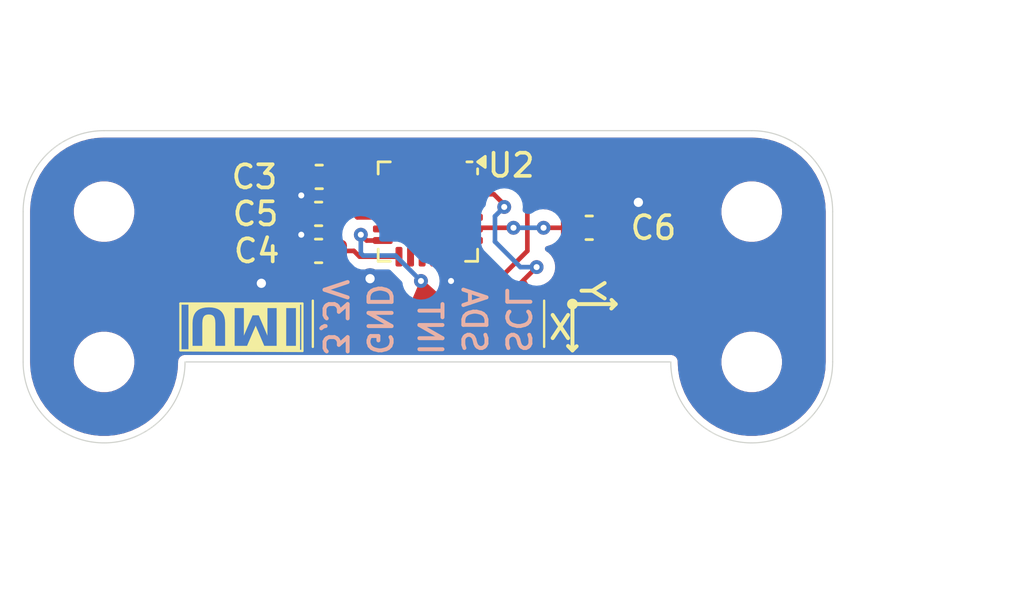
<source format=kicad_pcb>
(kicad_pcb (version 20240108) (generator "pcbnew") (generator_version "8.0")
  (layers (0 "F.Cu" signal) (31 "B.Cu" signal) (34 "B.Paste" user) (35 "F.Paste" user) (36 "B.SilkS" user "B.Silkscreen") (37 "F.SilkS" user "F.Silkscreen") (38 "B.Mask" user) (39 "F.Mask" user) (44 "Edge.Cuts" user))
  (net 0 "")
  (net 1 "GND")
  (net 2 "I2C3_IMU_INT")
  (net 3 "+3.3V")
  (net 4 "I2C3_SCL")
  (net 5 "I2C3_SDA")
  (net 6 "Net-(U2-REGOUT)")
  (net 7 "Net-(U2-CPOUT)")
  (footprint "MountingHole:MountingHole_2.1mm" (layer "F.Cu") (at 100.5 50)
    (property "Reference" "REF**" (hide yes))
    (property "Value" "MountingHole_2.1mm" (hide yes))
    (pad "" np_thru_hole circle (at 0 0) (size 2.1 2.1) (drill 2.1) (layers "*.Cu" "*.Mask"))
  )
  (footprint "Libraries_SN:IMU_conn" (layer "F.Cu") (at 113.025 48.35)
    (property "Reference" "IMU_Conn1" (hide yes))
    (property "Value" "Conn_01x05" (hide yes))
    (fp_line (start -3.5 -1) (end -3.5 1) (stroke (width 0.1)) (layer "F.SilkS"))
    (fp_line (start 6.5 -1) (end 6.5 1) (stroke (width 0.1)) (layer "F.SilkS"))
    (pad "1" smd roundrect (at -2.5 0 90) (size 2.5 1.5) (layers "F.Cu" "F.Paste" "F.Mask") (net 3 "+3.3V"))
    (pad "2" smd roundrect (at -0.5 0 90) (size 2.5 1.5) (layers "F.Cu" "F.Paste" "F.Mask") (net 1 "GND"))
    (pad "3" smd roundrect (at 1.5 0 90) (size 2.5 1.5) (layers "F.Cu" "F.Paste" "F.Mask") (net 2 "I2C3_IMU_INT"))
    (pad "4" smd roundrect (at 3.5 0 90) (size 2.5 1.5) (layers "F.Cu" "F.Paste" "F.Mask") (net 5 "I2C3_SDA"))
    (pad "5" smd roundrect (at 5.5 0 90) (size 2.5 1.5) (layers "F.Cu" "F.Paste" "F.Mask") (net 4 "I2C3_SCL"))
  )
  (footprint "MountingHole:MountingHole_2.1mm" (layer "F.Cu") (at 100.5 43.5)
    (property "Reference" "REF**" (hide yes))
    (property "Value" "MountingHole_2.1mm" (hide yes))
    (pad "" np_thru_hole circle (at 0 0) (size 2.1 2.1) (drill 2.1) (layers "F&B.Cu" "*.Mask"))
  )
  (footprint "Sensor_Motion:InvenSense_QFN-24_4x4mm_P0.5mm" (layer "F.Cu") (at 114.5 43.5 -90)
    (property "Reference" "U2" (at -2 -3.6 180) (layer "F.SilkS") (effects (font (thickness 0.16))))
    (property "Value" "MPU-6050")
    (fp_line (start -2.15 2.15) (end -1.625 2.15) (stroke (width 0.12)) (layer "F.SilkS"))
    (fp_line (start -2.15 2.15) (end -2.15 1.625) (stroke (width 0.12)) (layer "F.SilkS"))
    (fp_line (start 2.15 2.15) (end 1.625 2.15) (stroke (width 0.12)) (layer "F.SilkS"))
    (fp_line (start 2.15 2.15) (end 2.15 1.625) (stroke (width 0.12)) (layer "F.SilkS"))
    (fp_line (start -2.15 -1.685) (end -2.15 -1.91) (stroke (width 0.12)) (layer "F.SilkS"))
    (fp_line (start -1.625 -2.15) (end -1.85 -2.15) (stroke (width 0.12)) (layer "F.SilkS"))
    (fp_line (start 2.15 -2.15) (end 2.15 -1.625) (stroke (width 0.12)) (layer "F.SilkS"))
    (fp_line (start 2.15 -2.15) (end 1.625 -2.15) (stroke (width 0.12)) (layer "F.SilkS"))
    (fp_poly (pts (xy -2.15 -2.15) (xy -2.39 -2.48) (xy -1.91 -2.48) (xy -2.15 -2.15)) (stroke (width 0.12)) (fill solid) (layer "F.SilkS"))
    (pad "1" smd roundrect (at -1.95 -1.25 270) (size 0.85 0.3) (layers "F.Cu" "F.Paste" "F.Mask"))
    (pad "2" smd roundrect (at -1.95 -0.75 270) (size 0.85 0.3) (layers "F.Cu" "F.Paste" "F.Mask"))
    (pad "3" smd roundrect (at -1.95 -0.25 270) (size 0.85 0.3) (layers "F.Cu" "F.Paste" "F.Mask"))
    (pad "4" smd roundrect (at -1.95 0.25 270) (size 0.85 0.3) (layers "F.Cu" "F.Paste" "F.Mask"))
    (pad "5" smd roundrect (at -1.95 0.75 270) (size 0.85 0.3) (layers "F.Cu" "F.Paste" "F.Mask"))
    (pad "6" smd roundrect (at -1.95 1.25 270) (size 0.85 0.3) (layers "F.Cu" "F.Paste" "F.Mask"))
    (pad "7" smd roundrect (at -1.25 1.95) (size 0.85 0.3) (layers "F.Cu" "F.Paste" "F.Mask"))
    (pad "8" smd roundrect (at -0.75 1.95) (size 0.85 0.3) (layers "F.Cu" "F.Paste" "F.Mask") (net 3 "+3.3V"))
    (pad "9" smd roundrect (at -0.25 1.95) (size 0.85 0.3) (layers "F.Cu" "F.Paste" "F.Mask"))
    (pad "10" smd roundrect (at 0.25 1.95) (size 0.85 0.3) (layers "F.Cu" "F.Paste" "F.Mask") (net 6 "Net-(U2-REGOUT)"))
    (pad "11" smd roundrect (at 0.75 1.95) (size 0.85 0.3) (layers "F.Cu" "F.Paste" "F.Mask"))
    (pad "12" smd roundrect (at 1.25 1.95) (size 0.85 0.3) (layers "F.Cu" "F.Paste" "F.Mask") (net 2 "I2C3_IMU_INT"))
    (pad "13" smd roundrect (at 1.95 1.25 270) (size 0.85 0.3) (layers "F.Cu" "F.Paste" "F.Mask") (net 3 "+3.3V"))
    (pad "14" smd roundrect (at 1.95 0.75 270) (size 0.85 0.3) (layers "F.Cu" "F.Paste" "F.Mask"))
    (pad "15" smd roundrect (at 1.95 0.25 270) (size 0.85 0.3) (layers "F.Cu" "F.Paste" "F.Mask"))
    (pad "16" smd roundrect (at 1.95 -0.25 270) (size 0.85 0.3) (layers "F.Cu" "F.Paste" "F.Mask"))
    (pad "17" smd roundrect (at 1.95 -0.75 270) (size 0.85 0.3) (layers "F.Cu" "F.Paste" "F.Mask"))
    (pad "18" smd roundrect (at 1.95 -1.25 270) (size 0.85 0.3) (layers "F.Cu" "F.Paste" "F.Mask") (net 1 "GND"))
    (pad "19" smd roundrect (at 1.25 -1.95) (size 0.85 0.3) (layers "F.Cu" "F.Paste" "F.Mask"))
    (pad "20" smd roundrect (at 0.75 -1.95) (size 0.85 0.3) (layers "F.Cu" "F.Paste" "F.Mask") (net 7 "Net-(U2-CPOUT)"))
    (pad "21" smd roundrect (at 0.25 -1.95) (size 0.85 0.3) (layers "F.Cu" "F.Paste" "F.Mask"))
    (pad "22" smd roundrect (at -0.25 -1.95) (size 0.85 0.3) (layers "F.Cu" "F.Paste" "F.Mask"))
    (pad "23" smd roundrect (at -0.75 -1.95) (size 0.85 0.3) (layers "F.Cu" "F.Paste" "F.Mask") (net 4 "I2C3_SCL"))
    (pad "24" smd roundrect (at -1.25 -1.95) (size 0.85 0.3) (layers "F.Cu" "F.Paste" "F.Mask") (net 5 "I2C3_SDA"))
    (zone (net 0) (net_name "") (layer "F.Cu") (connect_pads (clearance 0)) (min_thickness 0.254)
      (keepout (tracks not_allowed) (vias not_allowed) (pads not_allowed) (copperpour not_allowed) (footprints allowed))
      (fill (thermal_gap 0.508) (thermal_bridge_width 0.508))
      (polygon (pts (xy 115.825 42.125) (xy 115.825 44.875) (xy 113.175 44.875) (xy 113.175 42.125)))
    )
  )
  (footprint "MountingHole:MountingHole_2.1mm" (layer "F.Cu") (at 128.5 50)
    (property "Reference" "REF**" (hide yes))
    (property "Value" "MountingHole_2.1mm" (hide yes))
    (pad "" np_thru_hole circle (at 0 0) (size 2.1 2.1) (drill 2.1) (layers "F&B.Cu" "*.Mask"))
  )
  (footprint "MountingHole:MountingHole_2.1mm" (layer "F.Cu") (at 128.5 43.5)
    (property "Reference" "REF**" (hide yes))
    (property "Value" "MountingHole_2.1mm" (hide yes))
    (pad "" np_thru_hole circle (at 0 0) (size 2.1 2.1) (drill 2.1) (layers "F&B.Cu" "*.Mask"))
  )
  (footprint "Capacitor_SMD:C_0603_1608Metric" (layer "F.Cu") (at 109.775 43.6 180)
    (property "Reference" "C5" (at 2.725 0 0) (layer "F.SilkS") (effects (font (thickness 0.16))))
    (property "Value" "100n")
    (fp_line (start -0.14058 0.51) (end 0.14058 0.51) (stroke (width 0.12)) (layer "F.SilkS"))
    (fp_line (start -0.14058 -0.51) (end 0.14058 -0.51) (stroke (width 0.12)) (layer "F.SilkS"))
    (pad "1" smd roundrect (at -0.775 0 180) (size 0.9 0.95) (layers "F.Cu" "F.Paste" "F.Mask") (net 6 "Net-(U2-REGOUT)"))
    (pad "2" smd roundrect (at 0.775 0 180) (size 0.9 0.95) (layers "F.Cu" "F.Paste" "F.Mask") (net 1 "GND"))
  )
  (footprint "Capacitor_SMD:C_0603_1608Metric" (layer "F.Cu") (at 109.8 42 180)
    (property "Reference" "C3" (at 2.8 0 0) (layer "F.SilkS") (effects (font (thickness 0.16))))
    (property "Value" "10n")
    (fp_line (start -0.14058 0.51) (end 0.14058 0.51) (stroke (width 0.12)) (layer "F.SilkS"))
    (fp_line (start -0.14058 -0.51) (end 0.14058 -0.51) (stroke (width 0.12)) (layer "F.SilkS"))
    (pad "1" smd roundrect (at -0.775 0 180) (size 0.9 0.95) (layers "F.Cu" "F.Paste" "F.Mask") (net 3 "+3.3V"))
    (pad "2" smd roundrect (at 0.775 0 180) (size 0.9 0.95) (layers "F.Cu" "F.Paste" "F.Mask") (net 1 "GND"))
  )
  (footprint "Capacitor_SMD:C_0603_1608Metric" (layer "F.Cu") (at 109.775 45.2)
    (property "Reference" "C4" (at -2.675 0 0) (layer "F.SilkS") (effects (font (thickness 0.16))))
    (property "Value" "100n")
    (fp_line (start -0.14058 -0.51) (end 0.14058 -0.51) (stroke (width 0.12)) (layer "F.SilkS"))
    (fp_line (start -0.14058 0.51) (end 0.14058 0.51) (stroke (width 0.12)) (layer "F.SilkS"))
    (pad "1" smd roundrect (at -0.775 0) (size 0.9 0.95) (layers "F.Cu" "F.Paste" "F.Mask") (net 1 "GND"))
    (pad "2" smd roundrect (at 0.775 0) (size 0.9 0.95) (layers "F.Cu" "F.Paste" "F.Mask") (net 3 "+3.3V"))
  )
  (footprint "Capacitor_SMD:C_0603_1608Metric" (layer "F.Cu") (at 121.475 44.2 180)
    (property "Reference" "C6" (at -2.775 0 0) (layer "F.SilkS") (effects (font (thickness 0.16))))
    (property "Value" "2n2")
    (fp_line (start -0.14058 0.51) (end 0.14058 0.51) (stroke (width 0.12)) (layer "F.SilkS"))
    (fp_line (start -0.14058 -0.51) (end 0.14058 -0.51) (stroke (width 0.12)) (layer "F.SilkS"))
    (pad "1" smd roundrect (at -0.775 0 180) (size 0.9 0.95) (layers "F.Cu" "F.Paste" "F.Mask") (net 1 "GND"))
    (pad "2" smd roundrect (at 0.775 0 180) (size 0.9 0.95) (layers "F.Cu" "F.Paste" "F.Mask") (net 7 "Net-(U2-CPOUT)"))
  )
  (gr_line (start 120.93 49.32) (end 120.75 49.5) (stroke (width 0.17)) (layer "F.SilkS"))
  (gr_line (start 122.62 47.5) (end 120.75 47.5) (stroke (width 0.17)) (layer "F.SilkS"))
  (gr_line (start 103.8 49.5) (end 109.075 49.525) (stroke (width 0.1)) (layer "F.SilkS"))
  (gr_line (start 109.075 49.525) (end 109.075 47.475) (stroke (width 0.1)) (layer "F.SilkS"))
  (gr_line (start 109.075 47.475) (end 103.8 47.475) (stroke (width 0.1)) (layer "F.SilkS"))
  (gr_line (start 122.44 47.32) (end 122.62 47.5) (stroke (width 0.17)) (layer "F.SilkS"))
  (gr_line (start 103.8 47.475) (end 103.8 49.5) (stroke (width 0.1)) (layer "F.SilkS"))
  (gr_line (start 122.62 47.5) (end 122.43 47.69) (stroke (width 0.17)) (layer "F.SilkS"))
  (gr_line (start 120.75 49.5) (end 120.56 49.31) (stroke (width 0.17)) (layer "F.SilkS"))
  (gr_line (start 120.75 49.5) (end 120.75 47.5) (stroke (width 0.17)) (layer "F.SilkS"))
  (gr_circle (center 120.75 47.5) (end 120.88 47.63) (stroke (width 0.1)) (fill none) (layer "F.SilkS"))
  (gr_circle (center 120.75 47.5) (end 120.83 47.58) (stroke (width 0.1)) (fill none) (layer "F.SilkS"))
  (gr_line (start 132 50) (end 132 43.5) (stroke (width 0.05)) (layer "Edge.Cuts"))
  (gr_arc (start 104 50) (mid 100.5 53.5) (end 97 50) (stroke (width 0.05)) (layer "Edge.Cuts"))
  (gr_arc (start 128.5 40) (mid 130.974874 41.025126) (end 132 43.5) (stroke (width 0.05)) (layer "Edge.Cuts"))
  (gr_arc (start 97 43.5) (mid 98.025126 41.025126) (end 100.5 40) (stroke (width 0.05)) (layer "Edge.Cuts"))
  (gr_line (start 104 50) (end 125 50) (stroke (width 0.05)) (layer "Edge.Cuts"))
  (gr_line (start 97 43.5) (end 97 50) (stroke (width 0.05)) (layer "Edge.Cuts"))
  (gr_arc (start 132 50) (mid 128.5 53.5) (end 125 50) (stroke (width 0.05)) (layer "Edge.Cuts"))
  (gr_line (start 100.5 40) (end 128.5 40) (stroke (width 0.05)) (layer "Edge.Cuts"))
  (gr_text "SDA\n" (at 115.9 49.7 270) (layer "B.SilkS") (effects (font (size 1 1) (thickness 0.17) (bold yes)) (justify left bottom mirror)))
  (gr_text "3,3V" (at 109.9 49.8 -90) (layer "B.SilkS") (effects (font (size 1 1) (thickness 0.17) (bold yes)) (justify left bottom mirror)))
  (gr_text "INT" (at 114 49.8 270) (layer "B.SilkS") (effects (font (size 1 1) (thickness 0.17) (bold yes)) (justify left bottom mirror)))
  (gr_text "SCL" (at 117.8 49.7 -90) (layer "B.SilkS") (effects (font (size 1 1) (thickness 0.17) (bold yes)) (justify left bottom mirror)))
  (gr_text "GND" (at 111.8 49.8 270) (layer "B.SilkS") (effects (font (size 1 1) (thickness 0.17) (bold yes)) (justify left bottom mirror)))
  (gr_text "IMU" (at 109 47.4 180) (layer "F.SilkS" knockout) (effects (font (size 1.6 1.6) (thickness 0.2) (bold yes)) (justify left bottom)))
  (gr_text "X" (at 119.64 49.1 0) (layer "F.SilkS") (effects (font (size 1 1) (thickness 0.17) (bold yes)) (justify left bottom)))
  (gr_text "Y" (at 121.01 46.38 -90) (layer "F.SilkS") (effects (font (size 1 1) (thickness 0.17) (bold yes)) (justify left bottom)))
  (segment (start 123.6 43.8) (end 123.2 44.2) (width 0.4) (layer "F.Cu") (net 1))
  (segment (start 109.025 42) (end 109.025 42.8) (width 0.4) (layer "F.Cu") (net 1))
  (segment (start 107.3 46.6) (end 107.2 46.6) (width 0.4) (layer "F.Cu") (net 1))
  (segment (start 109.025 44.5) (end 109.025 45.175) (width 0.4) (layer "F.Cu") (net 1))
  (segment (start 108.6 46.5) (end 108.5 46.6) (width 0.4) (layer "F.Cu") (net 1))
  (segment (start 109 46.1) (end 108.6 46.5) (width 0.4) (layer "F.Cu") (net 1))
  (segment (start 115.75 46.25) (end 115.5 46.5) (width 0.2) (layer "F.Cu") (net 1))
  (segment (start 112 46.4) (end 112.525 46.925) (width 0.4) (layer "F.Cu") (net 1))
  (segment (start 109 45.2) (end 109 46.1) (width 0.4) (layer "F.Cu") (net 1))
  (segment (start 123.2 44.2) (end 122.25 44.2) (width 0.4) (layer "F.Cu") (net 1))
  (segment (start 109.025 42.8) (end 109.025 44.5) (width 0.4) (layer "F.Cu") (net 1))
  (segment (start 108.5 46.6) (end 107.3 46.6) (width 0.4) (layer "F.Cu") (net 1))
  (segment (start 112.525 46.925) (end 112.525 48.35) (width 0.4) (layer "F.Cu") (net 1))
  (segment (start 123.6 43.1) (end 123.6 43.8) (width 0.4) (layer "F.Cu") (net 1))
  (segment (start 115.75 45.45) (end 115.75 46.25) (width 0.2) (layer "F.Cu") (net 1))
  (via (at 109.025 44.5) (size 0.6) (drill 0.26) (layers "F.Cu" "B.Cu") (net 1))
  (via (at 115.5 46.5) (size 0.6) (drill 0.26) (layers "F.Cu" "B.Cu") (net 1))
  (via (at 107.3 46.6) (size 0.9) (drill 0.4) (layers "F.Cu" "B.Cu") (net 1))
  (via (at 109.025 42.8) (size 0.6) (drill 0.26) (layers "F.Cu" "B.Cu") (net 1))
  (via (at 112 46.4) (size 0.9) (drill 0.4) (layers "F.Cu" "B.Cu") (net 1))
  (via (at 123.6 43.1) (size 0.9) (drill 0.4) (layers "F.Cu" "B.Cu") (net 1))
  (segment (start 114.2 46.5) (end 114.525 46.825) (width 0.2) (layer "F.Cu") (net 2))
  (segment (start 112.55 44.75) (end 111.85 44.75) (width 0.2) (layer "F.Cu") (net 2))
  (segment (start 114.525 46.825) (end 114.525 48.35) (width 0.2) (layer "F.Cu") (net 2))
  (segment (start 111.85 44.75) (end 111.6 44.5) (width 0.2) (layer "F.Cu") (net 2))
  (segment (start 114.2 46.5) (end 114.1 46.5) (width 0.2) (layer "F.Cu") (net 2))
  (via (at 111.6 44.5) (size 0.6) (drill 0.26) (layers "F.Cu" "B.Cu") (net 2))
  (via (at 114.2 46.5) (size 0.6) (drill 0.26) (layers "F.Cu" "B.Cu") (net 2))
  (segment (start 111.7 45.4) (end 111.6 45.3) (width 0.2) (layer "B.Cu") (net 2))
  (segment (start 111.6 45.3) (end 111.6 44.5) (width 0.2) (layer "B.Cu") (net 2))
  (segment (start 113.1 45.4) (end 111.7 45.4) (width 0.2) (layer "B.Cu") (net 2))
  (segment (start 114.2 46.5) (end 113.1 45.4) (width 0.2) (layer "B.Cu") (net 2))
  (segment (start 111.55 45.45) (end 111.3 45.2) (width 0.2) (layer "F.Cu") (net 3))
  (segment (start 110.575 42) (end 111.2 42) (width 0.2) (layer "F.Cu") (net 3))
  (segment (start 113.25 45.45) (end 111.55 45.45) (width 0.2) (layer "F.Cu") (net 3))
  (segment (start 111.2 42) (end 111.6 41.6) (width 0.2) (layer "F.Cu") (net 3))
  (segment (start 110.525 48.35) (end 109.05 48.35) (width 0.4) (layer "F.Cu") (net 3))
  (segment (start 110.525 48.35) (end 110.525 45.225) (width 0.4) (layer "F.Cu") (net 3))
  (segment (start 111.3 45.2) (end 110.55 45.2) (width 0.2) (layer "F.Cu") (net 3))
  (segment (start 111.325 42.75) (end 110.575 42) (width 0.2) (layer "F.Cu") (net 3))
  (segment (start 112.55 42.75) (end 111.325 42.75) (width 0.2) (layer "F.Cu") (net 3))
  (segment (start 118.525 46.575) (end 118.525 48.35) (width 0.2) (layer "F.Cu") (net 4))
  (segment (start 117.8 43.3) (end 117.8 43.2) (width 0.2) (layer "F.Cu") (net 4))
  (segment (start 117.35 42.75) (end 116.45 42.75) (width 0.2) (layer "F.Cu") (net 4))
  (segment (start 119.2 45.9) (end 118.525 46.575) (width 0.2) (layer "F.Cu") (net 4))
  (segment (start 117.8 43.2) (end 117.35 42.75) (width 0.2) (layer "F.Cu") (net 4))
  (via (at 117.8 43.3) (size 0.6) (drill 0.26) (layers "F.Cu" "B.Cu") (net 4))
  (via (at 119.2 45.9) (size 0.6) (drill 0.26) (layers "F.Cu" "B.Cu") (net 4))
  (segment (start 117.8 43.3) (end 117.4 43.7) (width 0.2) (layer "B.Cu") (net 4))
  (segment (start 118.5 45.9) (end 119.2 45.9) (width 0.2) (layer "B.Cu") (net 4))
  (segment (start 117.4 44.8) (end 118.5 45.9) (width 0.2) (layer "B.Cu") (net 4))
  (segment (start 117.4 43.7) (end 117.4 44.8) (width 0.2) (layer "B.Cu") (net 4))
  (segment (start 116.45 42.25) (end 118.25 42.25) (width 0.2) (layer "F.Cu") (net 5))
  (segment (start 116.525 47.475) (end 116.525 48.35) (width 0.2) (layer "F.Cu") (net 5))
  (segment (start 118.8 45.2) (end 116.525 47.475) (width 0.2) (layer "F.Cu") (net 5))
  (segment (start 118.25 42.25) (end 118.8 42.8) (width 0.2) (layer "F.Cu") (net 5))
  (segment (start 118.8 42.8) (end 118.8 45.2) (width 0.2) (layer "F.Cu") (net 5))
  (segment (start 116.6 48.4) (end 116.5 48.5) (width 0.2) (layer "F.Cu") (net 5))
  (segment (start 110.55 43.6) (end 111.3 43.6) (width 0.2) (layer "F.Cu") (net 6))
  (segment (start 111.45 43.75) (end 112.55 43.75) (width 0.2) (layer "F.Cu") (net 6))
  (segment (start 111.3 43.6) (end 111.45 43.75) (width 0.2) (layer "F.Cu") (net 6))
  (segment (start 118.2 44.2) (end 116.5 44.2) (width 0.2) (layer "F.Cu") (net 7))
  (segment (start 116.5 44.2) (end 116.45 44.25) (width 0.2) (layer "F.Cu") (net 7))
  (segment (start 119.5 44.2) (end 120.7 44.2) (width 0.2) (layer "F.Cu") (net 7))
  (via (at 118.2 44.2) (size 0.6) (drill 0.26) (layers "F.Cu" "B.Cu") (net 7))
  (via (at 119.5 44.2) (size 0.6) (drill 0.26) (layers "F.Cu" "B.Cu") (net 7))
  (segment (start 118.2 44.2) (end 119.5 44.2) (width 0.2) (layer "B.Cu") (net 7))
  (zone (net 3) (net_name "+3.3V") (layer "F.Cu") (connect_pads (clearance 0.5)) (min_thickness 0.25) (fill yes (thermal_gap 0.5) (thermal_bridge_width 0.5))
    (polygon (pts (xy 96.5 38) (xy 134 38) (xy 134 54) (xy 133.5 54.5) (xy 97 54.5) (xy 96 53.5) (xy 96 38.5)))
  )
  (zone (net 1) (net_name "GND") (layer "B.Cu") (priority 1) (connect_pads (clearance 0.5)) (min_thickness 0.25) (fill yes (thermal_gap 0.5) (thermal_bridge_width 0.5))
    (polygon (pts (xy 134 38) (xy 134 54.5) (xy 97 54.5) (xy 96 53.5) (xy 96 38.5) (xy 96.5 38)))
  )
)
</source>
